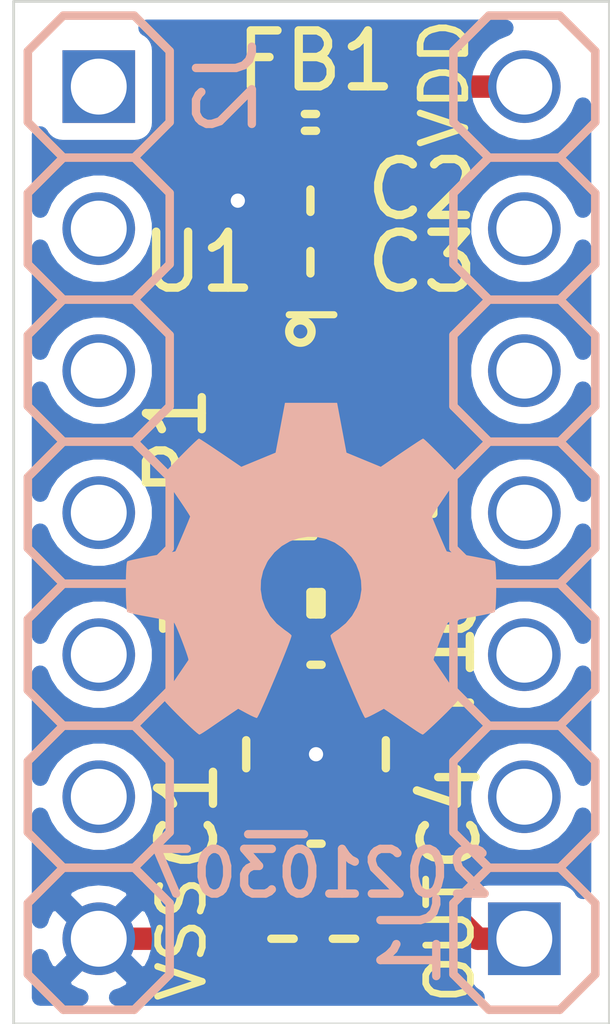
<source format=kicad_pcb>
(kicad_pcb (version 20171130) (host pcbnew 5.1.9-73d0e3b20d~88~ubuntu20.10.1)

  (general
    (thickness 1.6)
    (drawings 7)
    (tracks 67)
    (zones 0)
    (modules 14)
    (nets 21)
  )

  (page A4)
  (layers
    (0 F.Cu signal)
    (31 B.Cu signal)
    (32 B.Adhes user)
    (33 F.Adhes user)
    (34 B.Paste user)
    (35 F.Paste user)
    (36 B.SilkS user)
    (37 F.SilkS user)
    (38 B.Mask user)
    (39 F.Mask user)
    (40 Dwgs.User user)
    (41 Cmts.User user)
    (42 Eco1.User user)
    (43 Eco2.User user)
    (44 Edge.Cuts user)
    (45 Margin user)
    (46 B.CrtYd user)
    (47 F.CrtYd user)
    (48 B.Fab user)
    (49 F.Fab user)
  )

  (setup
    (last_trace_width 0.4)
    (user_trace_width 0.2)
    (user_trace_width 0.3)
    (user_trace_width 0.4)
    (user_trace_width 0.6)
    (user_trace_width 0.8)
    (user_trace_width 1)
    (user_trace_width 1.2)
    (user_trace_width 1.4)
    (user_trace_width 1.6)
    (user_trace_width 2)
    (trace_clearance 0.2)
    (zone_clearance 0.3)
    (zone_45_only no)
    (trace_min 0.1524)
    (via_size 0.8)
    (via_drill 0.4)
    (via_min_size 0.381)
    (via_min_drill 0.254)
    (user_via 0.4 0.254)
    (user_via 0.5 0.3)
    (user_via 0.6 0.4)
    (user_via 0.8 0.6)
    (user_via 1.1 0.8)
    (user_via 1.3 1)
    (user_via 1.5 1.2)
    (user_via 1.7 1.4)
    (user_via 1.9 1.6)
    (user_via 2.5 2)
    (uvia_size 0.3)
    (uvia_drill 0.1)
    (uvias_allowed no)
    (uvia_min_size 0.2)
    (uvia_min_drill 0.1)
    (edge_width 0.05)
    (segment_width 0.2)
    (pcb_text_width 0.3)
    (pcb_text_size 1.5 1.5)
    (mod_edge_width 0.12)
    (mod_text_size 0.8 0.8)
    (mod_text_width 0.12)
    (pad_size 1.524 1.524)
    (pad_drill 0.762)
    (pad_to_mask_clearance 0.0762)
    (solder_mask_min_width 0.1016)
    (pad_to_paste_clearance_ratio -0.1)
    (aux_axis_origin 0 0)
    (visible_elements FFFFFF7F)
    (pcbplotparams
      (layerselection 0x010fc_ffffffff)
      (usegerberextensions false)
      (usegerberattributes true)
      (usegerberadvancedattributes true)
      (creategerberjobfile true)
      (excludeedgelayer true)
      (linewidth 0.100000)
      (plotframeref false)
      (viasonmask false)
      (mode 1)
      (useauxorigin false)
      (hpglpennumber 1)
      (hpglpenspeed 20)
      (hpglpendiameter 15.000000)
      (psnegative false)
      (psa4output false)
      (plotreference true)
      (plotvalue true)
      (plotinvisibletext false)
      (padsonsilk false)
      (subtractmaskfromsilk false)
      (outputformat 1)
      (mirror false)
      (drillshape 1)
      (scaleselection 1)
      (outputdirectory ""))
  )

  (net 0 "")
  (net 1 /VSS)
  (net 2 "Net-(C1-Pad1)")
  (net 3 /VDD_int)
  (net 4 "Net-(C4-Pad1)")
  (net 5 /VDD)
  (net 6 /OUT)
  (net 7 "Net-(J1-Pad2)")
  (net 8 "Net-(J1-Pad3)")
  (net 9 "Net-(J1-Pad4)")
  (net 10 "Net-(J1-Pad5)")
  (net 11 "Net-(J1-Pad6)")
  (net 12 "Net-(J2-Pad1)")
  (net 13 "Net-(J2-Pad2)")
  (net 14 "Net-(J2-Pad3)")
  (net 15 "Net-(J2-Pad4)")
  (net 16 "Net-(J2-Pad5)")
  (net 17 "Net-(J2-Pad6)")
  (net 18 "Net-(R1-Pad1)")
  (net 19 "Net-(R3-Pad2)")
  (net 20 "Net-(U1-Pad1)")

  (net_class Default "This is the default net class."
    (clearance 0.2)
    (trace_width 0.25)
    (via_dia 0.8)
    (via_drill 0.4)
    (uvia_dia 0.3)
    (uvia_drill 0.1)
    (add_net /OUT)
    (add_net /VDD)
    (add_net /VDD_int)
    (add_net /VSS)
    (add_net "Net-(C1-Pad1)")
    (add_net "Net-(C4-Pad1)")
    (add_net "Net-(J1-Pad2)")
    (add_net "Net-(J1-Pad3)")
    (add_net "Net-(J1-Pad4)")
    (add_net "Net-(J1-Pad5)")
    (add_net "Net-(J1-Pad6)")
    (add_net "Net-(J2-Pad1)")
    (add_net "Net-(J2-Pad2)")
    (add_net "Net-(J2-Pad3)")
    (add_net "Net-(J2-Pad4)")
    (add_net "Net-(J2-Pad5)")
    (add_net "Net-(J2-Pad6)")
    (add_net "Net-(R1-Pad1)")
    (add_net "Net-(R3-Pad2)")
    (add_net "Net-(U1-Pad1)")
  )

  (module SquantorRcl:R_0805 (layer F.Cu) (tedit 5D4403E4) (tstamp 6044C226)
    (at 159.7 68.4 180)
    (descr "Resistor SMD 0805, reflow soldering, Vishay (see dcrcw.pdf)")
    (tags "resistor 0805")
    (path /6044E086)
    (attr smd)
    (fp_text reference R1 (at 2.1 1.1 90) (layer F.SilkS)
      (effects (font (size 1 1) (thickness 0.15)))
    )
    (fp_text value Rf (at 2.1 1 90) (layer F.Fab)
      (effects (font (size 1 1) (thickness 0.15)))
    )
    (fp_line (start -1 0.625) (end -1 -0.625) (layer F.Fab) (width 0.1))
    (fp_line (start 1 0.625) (end -1 0.625) (layer F.Fab) (width 0.1))
    (fp_line (start 1 -0.625) (end 1 0.625) (layer F.Fab) (width 0.1))
    (fp_line (start -1 -0.625) (end 1 -0.625) (layer F.Fab) (width 0.1))
    (fp_line (start -1.55 -0.95) (end 1.55 -0.95) (layer F.CrtYd) (width 0.05))
    (fp_line (start -1.55 0.95) (end 1.55 0.95) (layer F.CrtYd) (width 0.05))
    (fp_line (start -1.55 -0.95) (end -1.55 0.95) (layer F.CrtYd) (width 0.05))
    (fp_line (start 1.55 -0.95) (end 1.55 0.95) (layer F.CrtYd) (width 0.05))
    (fp_line (start -0.35 -0.6) (end -0.35 0.6) (layer F.SilkS) (width 0.15))
    (fp_line (start 0.35 -0.6) (end 0.35 0.6) (layer F.SilkS) (width 0.15))
    (fp_line (start 0.35 0.6) (end -0.35 0.6) (layer F.SilkS) (width 0.15))
    (fp_line (start -0.35 -0.6) (end 0.35 -0.6) (layer F.SilkS) (width 0.15))
    (fp_line (start 0.35 -0.6) (end -0.2 -0.6) (layer F.SilkS) (width 0.15))
    (fp_line (start -0.2 0.6) (end -0.2 -0.6) (layer F.SilkS) (width 0.15))
    (fp_line (start -0.2 -0.6) (end 0.2 -0.6) (layer F.SilkS) (width 0.15))
    (fp_line (start 0.2 -0.6) (end 0.2 0.6) (layer F.SilkS) (width 0.15))
    (fp_line (start 0.2 0.6) (end 0 0.6) (layer F.SilkS) (width 0.15))
    (fp_line (start 0.05 0.6) (end 0.05 -0.6) (layer F.SilkS) (width 0.15))
    (fp_line (start -0.05 -0.6) (end -0.05 0.6) (layer F.SilkS) (width 0.15))
    (pad 2 smd rect (at 0.95 0 180) (size 0.7 1.3) (layers F.Cu F.Paste F.Mask)
      (net 2 "Net-(C1-Pad1)"))
    (pad 1 smd rect (at -0.95 0 180) (size 0.7 1.3) (layers F.Cu F.Paste F.Mask)
      (net 18 "Net-(R1-Pad1)"))
    (model ${KISYS3DMOD}/Resistor_SMD.3dshapes/R_0805_2012Metric.step
      (at (xyz 0 0 0))
      (scale (xyz 1 1 1))
      (rotate (xyz 0 0 0))
    )
  )

  (module SquantorCrystal:Crystal_3225_4 (layer F.Cu) (tedit 5D56AE32) (tstamp 6044C27D)
    (at 160.1 72.9 270)
    (descr "SMD crystal 3225 size")
    (tags "SMD 3225")
    (path /6044F99D)
    (attr smd)
    (fp_text reference Y1 (at -1.4 -2.3 270) (layer F.SilkS)
      (effects (font (size 1 1) (thickness 0.15)))
    )
    (fp_text value Any (at -0.3 -2.2 90) (layer F.Fab)
      (effects (font (size 1 1) (thickness 0.15)))
    )
    (fp_line (start -1.6 -0.1) (end -1.6 0.1) (layer F.SilkS) (width 0.15))
    (fp_line (start -0.25 -1.25) (end 0.25 -1.25) (layer F.SilkS) (width 0.15))
    (fp_line (start 1.6 0.1) (end 1.6 -0.1) (layer F.SilkS) (width 0.15))
    (fp_line (start -0.25 1.25) (end 0.25 1.25) (layer F.SilkS) (width 0.15))
    (fp_line (start -1.6 -1.25) (end 1.6 -1.25) (layer F.Fab) (width 0.15))
    (fp_line (start 1.6 -1.25) (end 1.6 1.25) (layer F.Fab) (width 0.15))
    (fp_line (start 1.6 1.25) (end -1.6 1.25) (layer F.Fab) (width 0.15))
    (fp_line (start -1.6 1.25) (end -1.6 -1.25) (layer F.Fab) (width 0.15))
    (fp_line (start -2.05 -1.7) (end 2.05 -1.7) (layer F.CrtYd) (width 0.05))
    (fp_line (start 2.05 -1.7) (end 2.05 1.7) (layer F.CrtYd) (width 0.05))
    (fp_line (start 2.05 1.7) (end -2.05 1.7) (layer F.CrtYd) (width 0.05))
    (fp_line (start -2.05 1.7) (end -2.05 -1.7) (layer F.CrtYd) (width 0.05))
    (fp_line (start -2.05 1.7) (end -1.8 1.7) (layer F.SilkS) (width 0.15))
    (fp_line (start -2.05 1.45) (end -2.05 1.7) (layer F.SilkS) (width 0.15))
    (pad 1 smd rect (at -1.1 0.85 270) (size 1.4 1.2) (layers F.Cu F.Paste F.Mask)
      (net 2 "Net-(C1-Pad1)"))
    (pad 2 smd rect (at 1.1 0.85 270) (size 1.4 1.2) (layers F.Cu F.Paste F.Mask)
      (net 1 /VSS))
    (pad 3 smd rect (at 1.1 -0.85 270) (size 1.4 1.2) (layers F.Cu F.Paste F.Mask)
      (net 4 "Net-(C4-Pad1)"))
    (pad 4 smd rect (at -1.1 -0.85 270) (size 1.4 1.2) (layers F.Cu F.Paste F.Mask)
      (net 1 /VSS))
    (model ${KISYS3DMOD}/Crystal.3dshapes/Crystal_SMD_3225-4Pin_3.2x2.5mm.step
      (at (xyz 0 0 0))
      (scale (xyz 1 1 1))
      (rotate (xyz 0 0 0))
    )
  )

  (module SquantorIC:SOT363-hand locked (layer F.Cu) (tedit 5D56B004) (tstamp 6044C267)
    (at 160.02 66.04 270)
    (descr "SOT363 Plastic surface-mounted package; 6 leads SC-88 NXP specification")
    (tags "SOT363-hand SC-88 NXP")
    (path /6044BBF5)
    (fp_text reference U1 (at -1.94 2.02) (layer F.SilkS)
      (effects (font (size 1 1) (thickness 0.15)))
    )
    (fp_text value 74X1GX04 (at -1.94 1.62) (layer F.Fab)
      (effects (font (size 1 1) (thickness 0.15)))
    )
    (fp_line (start -1 -0.625) (end -1 0.625) (layer Dwgs.User) (width 0.127))
    (fp_line (start 1 0.625) (end 1 -0.625) (layer Dwgs.User) (width 0.127))
    (fp_line (start -1 -0.625) (end 1 -0.625) (layer Dwgs.User) (width 0.127))
    (fp_line (start 1 0.625) (end -1 0.625) (layer Dwgs.User) (width 0.127))
    (fp_line (start 1 0.4) (end 1 -0.4) (layer F.SilkS) (width 0.127))
    (fp_line (start -1 0.4) (end -1 -0.4) (layer F.SilkS) (width 0.127))
    (fp_circle (center -0.7 0.2) (end -0.5 0.2) (layer F.SilkS) (width 0.15))
    (fp_poly (pts (xy -0.125 -0.625) (xy 0.125 -0.625) (xy 0.125 -0.925) (xy -0.125 -0.925)) (layer Dwgs.User) (width 0))
    (fp_poly (pts (xy 0.525 -0.625) (xy 0.775 -0.625) (xy 0.775 -0.925) (xy 0.525 -0.925)) (layer Dwgs.User) (width 0))
    (fp_poly (pts (xy -0.125 0.925) (xy 0.125 0.925) (xy 0.125 0.625) (xy -0.125 0.625)) (layer Dwgs.User) (width 0))
    (fp_poly (pts (xy 0.525 0.925) (xy 0.775 0.925) (xy 0.775 0.625) (xy 0.525 0.625)) (layer Dwgs.User) (width 0))
    (fp_poly (pts (xy -0.775 0.925) (xy -0.525 0.925) (xy -0.525 0.625) (xy -0.775 0.625)) (layer Dwgs.User) (width 0))
    (fp_poly (pts (xy -0.775 -0.625) (xy -0.525 -0.625) (xy -0.525 -0.925) (xy -0.775 -0.925)) (layer Dwgs.User) (width 0))
    (fp_line (start -1.3 -1.8) (end -1.3 1.8) (layer F.CrtYd) (width 0.05))
    (fp_line (start -1.3 1.8) (end 1.3 1.8) (layer F.CrtYd) (width 0.05))
    (fp_line (start 1.3 1.8) (end 1.3 -1.8) (layer F.CrtYd) (width 0.05))
    (fp_line (start 1.3 -1.8) (end -1.3 -1.8) (layer F.CrtYd) (width 0.05))
    (pad 3 smd rect (at 0.75 1.05 270) (size 0.6 0.9) (layers F.Cu F.Paste F.Mask)
      (net 2 "Net-(C1-Pad1)"))
    (pad 2 smd rect (at 0 1.05 270) (size 0.4 0.9) (layers F.Cu F.Paste F.Mask)
      (net 1 /VSS))
    (pad 1 smd rect (at -0.75 1.05 270) (size 0.6 0.9) (layers F.Cu F.Paste F.Mask)
      (net 20 "Net-(U1-Pad1)"))
    (pad 4 smd rect (at 0.75 -1.05 270) (size 0.6 0.9) (layers F.Cu F.Paste F.Mask)
      (net 18 "Net-(R1-Pad1)"))
    (pad 5 smd rect (at 0 -1.05 270) (size 0.4 0.9) (layers F.Cu F.Paste F.Mask)
      (net 3 /VDD_int))
    (pad 6 smd rect (at -0.75 -1.05 270) (size 0.6 0.9) (layers F.Cu F.Paste F.Mask)
      (net 19 "Net-(R3-Pad2)"))
    (model ${KISYS3DMOD}/Package_TO_SOT_SMD.3dshapes/SOT-363_SC-70-6.step
      (at (xyz 0 0 0))
      (scale (xyz 1 1 1))
      (rotate (xyz 0 0 90))
    )
  )

  (module SquantorRcl:R_0402_hand (layer F.Cu) (tedit 5D440136) (tstamp 6044C24C)
    (at 162 68.5 90)
    (descr "Resistor SMD 0402, reflow soldering, Vishay (see dcrcw.pdf)")
    (tags "resistor 0402")
    (path /6044D171)
    (attr smd)
    (fp_text reference R3 (at -1.7 0.1 180) (layer F.SilkS)
      (effects (font (size 1 1) (thickness 0.15)))
    )
    (fp_text value 100 (at -1.7 0.2) (layer F.Fab)
      (effects (font (size 1 1) (thickness 0.15)))
    )
    (fp_line (start -0.5 0.25) (end -0.5 -0.25) (layer F.Fab) (width 0.1))
    (fp_line (start 0.5 0.25) (end -0.5 0.25) (layer F.Fab) (width 0.1))
    (fp_line (start 0.5 -0.25) (end 0.5 0.25) (layer F.Fab) (width 0.1))
    (fp_line (start -0.5 -0.25) (end 0.5 -0.25) (layer F.Fab) (width 0.1))
    (fp_line (start -1.1 -0.55) (end 1.1 -0.55) (layer F.CrtYd) (width 0.05))
    (fp_line (start -1.1 0.55) (end 1.1 0.55) (layer F.CrtYd) (width 0.05))
    (fp_line (start -1.1 -0.55) (end -1.1 0.55) (layer F.CrtYd) (width 0.05))
    (fp_line (start 1.1 -0.55) (end 1.1 0.55) (layer F.CrtYd) (width 0.05))
    (fp_line (start -0.1 -0.2) (end 0.1 -0.2) (layer F.SilkS) (width 0.15))
    (fp_line (start 0.1 -0.2) (end 0.1 0.2) (layer F.SilkS) (width 0.15))
    (fp_line (start 0.1 0.2) (end -0.1 0.2) (layer F.SilkS) (width 0.15))
    (fp_line (start -0.1 0.2) (end -0.1 -0.2) (layer F.SilkS) (width 0.15))
    (fp_line (start 0 -0.2) (end 0 0.2) (layer F.SilkS) (width 0.15))
    (pad 2 smd rect (at 0.55 0 90) (size 0.6 0.6) (layers F.Cu F.Paste F.Mask)
      (net 19 "Net-(R3-Pad2)"))
    (pad 1 smd rect (at -0.55 0 90) (size 0.6 0.6) (layers F.Cu F.Paste F.Mask)
      (net 6 /OUT))
    (model ${KISYS3DMOD}/Resistor_SMD.3dshapes/R_0402_1005Metric.step
      (at (xyz 0 0 0))
      (scale (xyz 1 1 1))
      (rotate (xyz 0 0 0))
    )
  )

  (module SquantorRcl:R_0402_hand (layer F.Cu) (tedit 5D440136) (tstamp 6044C239)
    (at 160.1 70.2 180)
    (descr "Resistor SMD 0402, reflow soldering, Vishay (see dcrcw.pdf)")
    (tags "resistor 0402")
    (path /60450469)
    (attr smd)
    (fp_text reference R2 (at 2 0) (layer F.SilkS)
      (effects (font (size 1 1) (thickness 0.15)))
    )
    (fp_text value Rs (at 2 0) (layer F.Fab)
      (effects (font (size 1 1) (thickness 0.15)))
    )
    (fp_line (start -0.5 0.25) (end -0.5 -0.25) (layer F.Fab) (width 0.1))
    (fp_line (start 0.5 0.25) (end -0.5 0.25) (layer F.Fab) (width 0.1))
    (fp_line (start 0.5 -0.25) (end 0.5 0.25) (layer F.Fab) (width 0.1))
    (fp_line (start -0.5 -0.25) (end 0.5 -0.25) (layer F.Fab) (width 0.1))
    (fp_line (start -1.1 -0.55) (end 1.1 -0.55) (layer F.CrtYd) (width 0.05))
    (fp_line (start -1.1 0.55) (end 1.1 0.55) (layer F.CrtYd) (width 0.05))
    (fp_line (start -1.1 -0.55) (end -1.1 0.55) (layer F.CrtYd) (width 0.05))
    (fp_line (start 1.1 -0.55) (end 1.1 0.55) (layer F.CrtYd) (width 0.05))
    (fp_line (start -0.1 -0.2) (end 0.1 -0.2) (layer F.SilkS) (width 0.15))
    (fp_line (start 0.1 -0.2) (end 0.1 0.2) (layer F.SilkS) (width 0.15))
    (fp_line (start 0.1 0.2) (end -0.1 0.2) (layer F.SilkS) (width 0.15))
    (fp_line (start -0.1 0.2) (end -0.1 -0.2) (layer F.SilkS) (width 0.15))
    (fp_line (start 0 -0.2) (end 0 0.2) (layer F.SilkS) (width 0.15))
    (pad 2 smd rect (at 0.55 0 180) (size 0.6 0.6) (layers F.Cu F.Paste F.Mask)
      (net 18 "Net-(R1-Pad1)"))
    (pad 1 smd rect (at -0.55 0 180) (size 0.6 0.6) (layers F.Cu F.Paste F.Mask)
      (net 4 "Net-(C4-Pad1)"))
    (model ${KISYS3DMOD}/Resistor_SMD.3dshapes/R_0402_1005Metric.step
      (at (xyz 0 0 0))
      (scale (xyz 1 1 1))
      (rotate (xyz 0 0 0))
    )
  )

  (module SquantorConnectors:Header-0254-1X07-H010 locked (layer B.Cu) (tedit 6044B6D8) (tstamp 6044C207)
    (at 156.21 68.58 270)
    (descr "7pin 2.54mm header")
    (tags "pinheader 7pin 2.54")
    (path /6045524F)
    (attr virtual)
    (fp_text reference J2 (at -7.62 -2.286 270) (layer B.SilkS)
      (effects (font (size 1 1) (thickness 0.15)) (justify mirror))
    )
    (fp_text value Conn_01x07 (at 0 -2.1 270) (layer B.Fab)
      (effects (font (size 1 1) (thickness 0.15)) (justify mirror))
    )
    (fp_line (start -6.985 -1.27) (end -8.255 -1.27) (layer B.SilkS) (width 0.1524))
    (fp_line (start -8.89 -0.635) (end -8.255 -1.27) (layer B.SilkS) (width 0.1524))
    (fp_line (start -8.255 1.27) (end -8.89 0.635) (layer B.SilkS) (width 0.1524))
    (fp_line (start -8.89 0.635) (end -8.89 -0.635) (layer B.SilkS) (width 0.1524))
    (fp_line (start -5.715 -1.27) (end -6.35 -0.635) (layer B.SilkS) (width 0.1524))
    (fp_line (start -4.445 -1.27) (end -5.715 -1.27) (layer B.SilkS) (width 0.1524))
    (fp_line (start -3.81 -0.635) (end -4.445 -1.27) (layer B.SilkS) (width 0.1524))
    (fp_line (start -3.81 0.635) (end -3.81 -0.635) (layer B.SilkS) (width 0.1524))
    (fp_line (start -4.445 1.27) (end -3.81 0.635) (layer B.SilkS) (width 0.1524))
    (fp_line (start -5.715 1.27) (end -4.445 1.27) (layer B.SilkS) (width 0.1524))
    (fp_line (start -6.35 0.635) (end -5.715 1.27) (layer B.SilkS) (width 0.1524))
    (fp_line (start -6.35 -0.635) (end -6.985 -1.27) (layer B.SilkS) (width 0.1524))
    (fp_line (start -6.35 0.635) (end -6.35 -0.635) (layer B.SilkS) (width 0.1524))
    (fp_line (start -6.985 1.27) (end -6.35 0.635) (layer B.SilkS) (width 0.1524))
    (fp_line (start -8.255 1.27) (end -6.985 1.27) (layer B.SilkS) (width 0.1524))
    (fp_line (start 0.635 -1.27) (end -0.635 -1.27) (layer B.SilkS) (width 0.1524))
    (fp_line (start -1.27 -0.635) (end -0.635 -1.27) (layer B.SilkS) (width 0.1524))
    (fp_line (start -0.635 1.27) (end -1.27 0.635) (layer B.SilkS) (width 0.1524))
    (fp_line (start -3.175 -1.27) (end -3.81 -0.635) (layer B.SilkS) (width 0.1524))
    (fp_line (start -1.905 -1.27) (end -3.175 -1.27) (layer B.SilkS) (width 0.1524))
    (fp_line (start -1.27 -0.635) (end -1.905 -1.27) (layer B.SilkS) (width 0.1524))
    (fp_line (start -1.27 0.635) (end -1.27 -0.635) (layer B.SilkS) (width 0.1524))
    (fp_line (start -1.905 1.27) (end -1.27 0.635) (layer B.SilkS) (width 0.1524))
    (fp_line (start -3.175 1.27) (end -1.905 1.27) (layer B.SilkS) (width 0.1524))
    (fp_line (start -3.81 0.635) (end -3.175 1.27) (layer B.SilkS) (width 0.1524))
    (fp_line (start 1.905 -1.27) (end 1.27 -0.635) (layer B.SilkS) (width 0.1524))
    (fp_line (start 3.175 -1.27) (end 1.905 -1.27) (layer B.SilkS) (width 0.1524))
    (fp_line (start 3.81 -0.635) (end 3.175 -1.27) (layer B.SilkS) (width 0.1524))
    (fp_line (start 3.81 0.635) (end 3.81 -0.635) (layer B.SilkS) (width 0.1524))
    (fp_line (start 3.175 1.27) (end 3.81 0.635) (layer B.SilkS) (width 0.1524))
    (fp_line (start 1.905 1.27) (end 3.175 1.27) (layer B.SilkS) (width 0.1524))
    (fp_line (start 1.27 0.635) (end 1.905 1.27) (layer B.SilkS) (width 0.1524))
    (fp_line (start 1.27 -0.635) (end 0.635 -1.27) (layer B.SilkS) (width 0.1524))
    (fp_line (start 1.27 0.635) (end 1.27 -0.635) (layer B.SilkS) (width 0.1524))
    (fp_line (start 0.635 1.27) (end 1.27 0.635) (layer B.SilkS) (width 0.1524))
    (fp_line (start -0.635 1.27) (end 0.635 1.27) (layer B.SilkS) (width 0.1524))
    (fp_line (start 8.255 -1.27) (end 6.985 -1.27) (layer B.SilkS) (width 0.1524))
    (fp_line (start 6.35 -0.635) (end 6.985 -1.27) (layer B.SilkS) (width 0.1524))
    (fp_line (start 6.985 1.27) (end 6.35 0.635) (layer B.SilkS) (width 0.1524))
    (fp_line (start 4.445 -1.27) (end 3.81 -0.635) (layer B.SilkS) (width 0.1524))
    (fp_line (start 5.715 -1.27) (end 4.445 -1.27) (layer B.SilkS) (width 0.1524))
    (fp_line (start 6.35 -0.635) (end 5.715 -1.27) (layer B.SilkS) (width 0.1524))
    (fp_line (start 6.35 0.635) (end 6.35 -0.635) (layer B.SilkS) (width 0.1524))
    (fp_line (start 5.715 1.27) (end 6.35 0.635) (layer B.SilkS) (width 0.1524))
    (fp_line (start 4.445 1.27) (end 5.715 1.27) (layer B.SilkS) (width 0.1524))
    (fp_line (start 3.81 0.635) (end 4.445 1.27) (layer B.SilkS) (width 0.1524))
    (fp_line (start 8.89 -0.635) (end 8.255 -1.27) (layer B.SilkS) (width 0.1524))
    (fp_line (start 8.89 0.635) (end 8.89 -0.635) (layer B.SilkS) (width 0.1524))
    (fp_line (start 8.255 1.27) (end 8.89 0.635) (layer B.SilkS) (width 0.1524))
    (fp_line (start 6.985 1.27) (end 8.255 1.27) (layer B.SilkS) (width 0.1524))
    (pad 1 thru_hole rect (at -7.62 0 90) (size 1.3 1.3) (drill 1) (layers *.Cu *.Mask)
      (net 12 "Net-(J2-Pad1)"))
    (pad 2 thru_hole circle (at -5.08 0 90) (size 1.3 1.3) (drill 1) (layers *.Cu *.Mask)
      (net 13 "Net-(J2-Pad2)"))
    (pad 3 thru_hole circle (at -2.54 0 90) (size 1.3 1.3) (drill 1) (layers *.Cu *.Mask)
      (net 14 "Net-(J2-Pad3)"))
    (pad 4 thru_hole circle (at 0 0 90) (size 1.3 1.3) (drill 1) (layers *.Cu *.Mask)
      (net 15 "Net-(J2-Pad4)"))
    (pad 5 thru_hole circle (at 2.54 0 90) (size 1.3 1.3) (drill 1) (layers *.Cu *.Mask)
      (net 16 "Net-(J2-Pad5)"))
    (pad 6 thru_hole circle (at 5.08 0 90) (size 1.3 1.3) (drill 1) (layers *.Cu *.Mask)
      (net 17 "Net-(J2-Pad6)"))
    (pad 7 thru_hole circle (at 7.62 0 90) (size 1.3 1.3) (drill 1) (layers *.Cu *.Mask)
      (net 1 /VSS))
  )

  (module SquantorConnectors:Header-0254-1X07-H010 locked (layer B.Cu) (tedit 6044B6D8) (tstamp 6044C1CA)
    (at 163.83 68.58 90)
    (descr "7pin 2.54mm header")
    (tags "pinheader 7pin 2.54")
    (path /60458EF9)
    (attr virtual)
    (fp_text reference J1 (at -7.62 -2.032 270) (layer B.SilkS)
      (effects (font (size 1 1) (thickness 0.15)) (justify mirror))
    )
    (fp_text value Conn_01x07 (at 0 -2.1 270) (layer B.Fab)
      (effects (font (size 1 1) (thickness 0.15)) (justify mirror))
    )
    (fp_line (start -6.985 -1.27) (end -8.255 -1.27) (layer B.SilkS) (width 0.1524))
    (fp_line (start -8.89 -0.635) (end -8.255 -1.27) (layer B.SilkS) (width 0.1524))
    (fp_line (start -8.255 1.27) (end -8.89 0.635) (layer B.SilkS) (width 0.1524))
    (fp_line (start -8.89 0.635) (end -8.89 -0.635) (layer B.SilkS) (width 0.1524))
    (fp_line (start -5.715 -1.27) (end -6.35 -0.635) (layer B.SilkS) (width 0.1524))
    (fp_line (start -4.445 -1.27) (end -5.715 -1.27) (layer B.SilkS) (width 0.1524))
    (fp_line (start -3.81 -0.635) (end -4.445 -1.27) (layer B.SilkS) (width 0.1524))
    (fp_line (start -3.81 0.635) (end -3.81 -0.635) (layer B.SilkS) (width 0.1524))
    (fp_line (start -4.445 1.27) (end -3.81 0.635) (layer B.SilkS) (width 0.1524))
    (fp_line (start -5.715 1.27) (end -4.445 1.27) (layer B.SilkS) (width 0.1524))
    (fp_line (start -6.35 0.635) (end -5.715 1.27) (layer B.SilkS) (width 0.1524))
    (fp_line (start -6.35 -0.635) (end -6.985 -1.27) (layer B.SilkS) (width 0.1524))
    (fp_line (start -6.35 0.635) (end -6.35 -0.635) (layer B.SilkS) (width 0.1524))
    (fp_line (start -6.985 1.27) (end -6.35 0.635) (layer B.SilkS) (width 0.1524))
    (fp_line (start -8.255 1.27) (end -6.985 1.27) (layer B.SilkS) (width 0.1524))
    (fp_line (start 0.635 -1.27) (end -0.635 -1.27) (layer B.SilkS) (width 0.1524))
    (fp_line (start -1.27 -0.635) (end -0.635 -1.27) (layer B.SilkS) (width 0.1524))
    (fp_line (start -0.635 1.27) (end -1.27 0.635) (layer B.SilkS) (width 0.1524))
    (fp_line (start -3.175 -1.27) (end -3.81 -0.635) (layer B.SilkS) (width 0.1524))
    (fp_line (start -1.905 -1.27) (end -3.175 -1.27) (layer B.SilkS) (width 0.1524))
    (fp_line (start -1.27 -0.635) (end -1.905 -1.27) (layer B.SilkS) (width 0.1524))
    (fp_line (start -1.27 0.635) (end -1.27 -0.635) (layer B.SilkS) (width 0.1524))
    (fp_line (start -1.905 1.27) (end -1.27 0.635) (layer B.SilkS) (width 0.1524))
    (fp_line (start -3.175 1.27) (end -1.905 1.27) (layer B.SilkS) (width 0.1524))
    (fp_line (start -3.81 0.635) (end -3.175 1.27) (layer B.SilkS) (width 0.1524))
    (fp_line (start 1.905 -1.27) (end 1.27 -0.635) (layer B.SilkS) (width 0.1524))
    (fp_line (start 3.175 -1.27) (end 1.905 -1.27) (layer B.SilkS) (width 0.1524))
    (fp_line (start 3.81 -0.635) (end 3.175 -1.27) (layer B.SilkS) (width 0.1524))
    (fp_line (start 3.81 0.635) (end 3.81 -0.635) (layer B.SilkS) (width 0.1524))
    (fp_line (start 3.175 1.27) (end 3.81 0.635) (layer B.SilkS) (width 0.1524))
    (fp_line (start 1.905 1.27) (end 3.175 1.27) (layer B.SilkS) (width 0.1524))
    (fp_line (start 1.27 0.635) (end 1.905 1.27) (layer B.SilkS) (width 0.1524))
    (fp_line (start 1.27 -0.635) (end 0.635 -1.27) (layer B.SilkS) (width 0.1524))
    (fp_line (start 1.27 0.635) (end 1.27 -0.635) (layer B.SilkS) (width 0.1524))
    (fp_line (start 0.635 1.27) (end 1.27 0.635) (layer B.SilkS) (width 0.1524))
    (fp_line (start -0.635 1.27) (end 0.635 1.27) (layer B.SilkS) (width 0.1524))
    (fp_line (start 8.255 -1.27) (end 6.985 -1.27) (layer B.SilkS) (width 0.1524))
    (fp_line (start 6.35 -0.635) (end 6.985 -1.27) (layer B.SilkS) (width 0.1524))
    (fp_line (start 6.985 1.27) (end 6.35 0.635) (layer B.SilkS) (width 0.1524))
    (fp_line (start 4.445 -1.27) (end 3.81 -0.635) (layer B.SilkS) (width 0.1524))
    (fp_line (start 5.715 -1.27) (end 4.445 -1.27) (layer B.SilkS) (width 0.1524))
    (fp_line (start 6.35 -0.635) (end 5.715 -1.27) (layer B.SilkS) (width 0.1524))
    (fp_line (start 6.35 0.635) (end 6.35 -0.635) (layer B.SilkS) (width 0.1524))
    (fp_line (start 5.715 1.27) (end 6.35 0.635) (layer B.SilkS) (width 0.1524))
    (fp_line (start 4.445 1.27) (end 5.715 1.27) (layer B.SilkS) (width 0.1524))
    (fp_line (start 3.81 0.635) (end 4.445 1.27) (layer B.SilkS) (width 0.1524))
    (fp_line (start 8.89 -0.635) (end 8.255 -1.27) (layer B.SilkS) (width 0.1524))
    (fp_line (start 8.89 0.635) (end 8.89 -0.635) (layer B.SilkS) (width 0.1524))
    (fp_line (start 8.255 1.27) (end 8.89 0.635) (layer B.SilkS) (width 0.1524))
    (fp_line (start 6.985 1.27) (end 8.255 1.27) (layer B.SilkS) (width 0.1524))
    (pad 1 thru_hole rect (at -7.62 0 270) (size 1.3 1.3) (drill 1) (layers *.Cu *.Mask)
      (net 6 /OUT))
    (pad 2 thru_hole circle (at -5.08 0 270) (size 1.3 1.3) (drill 1) (layers *.Cu *.Mask)
      (net 7 "Net-(J1-Pad2)"))
    (pad 3 thru_hole circle (at -2.54 0 270) (size 1.3 1.3) (drill 1) (layers *.Cu *.Mask)
      (net 8 "Net-(J1-Pad3)"))
    (pad 4 thru_hole circle (at 0 0 270) (size 1.3 1.3) (drill 1) (layers *.Cu *.Mask)
      (net 9 "Net-(J1-Pad4)"))
    (pad 5 thru_hole circle (at 2.54 0 270) (size 1.3 1.3) (drill 1) (layers *.Cu *.Mask)
      (net 10 "Net-(J1-Pad5)"))
    (pad 6 thru_hole circle (at 5.08 0 270) (size 1.3 1.3) (drill 1) (layers *.Cu *.Mask)
      (net 11 "Net-(J1-Pad6)"))
    (pad 7 thru_hole circle (at 7.62 0 270) (size 1.3 1.3) (drill 1) (layers *.Cu *.Mask)
      (net 5 /VDD))
  )

  (module SquantorRcl:L_0402 (layer F.Cu) (tedit 5D554A2D) (tstamp 6044C18D)
    (at 160 61.6 180)
    (descr "Inductor SMD 0402")
    (tags "Inductor 0402")
    (path /6045B1B5)
    (attr smd)
    (fp_text reference FB1 (at -0.1 1.1) (layer F.SilkS)
      (effects (font (size 1 1) (thickness 0.15)))
    )
    (fp_text value 600 (at 0 1.1) (layer F.Fab)
      (effects (font (size 1 1) (thickness 0.15)))
    )
    (fp_line (start -0.5 0.25) (end -0.5 -0.25) (layer F.Fab) (width 0.1))
    (fp_line (start 0.5 0.25) (end -0.5 0.25) (layer F.Fab) (width 0.1))
    (fp_line (start 0.5 -0.25) (end 0.5 0.25) (layer F.Fab) (width 0.1))
    (fp_line (start -0.5 -0.25) (end 0.5 -0.25) (layer F.Fab) (width 0.1))
    (fp_line (start -1.1 -0.55) (end 1.1 -0.55) (layer F.CrtYd) (width 0.05))
    (fp_line (start -1.1 0.55) (end 1.1 0.55) (layer F.CrtYd) (width 0.05))
    (fp_line (start -1.1 -0.55) (end -1.1 0.55) (layer F.CrtYd) (width 0.05))
    (fp_line (start 1.1 -0.55) (end 1.1 0.55) (layer F.CrtYd) (width 0.05))
    (fp_line (start -0.1 -0.15) (end 0.1 -0.15) (layer F.SilkS) (width 0.15))
    (fp_line (start -0.1 0.15) (end 0.1 0.15) (layer F.SilkS) (width 0.15))
    (pad 2 smd rect (at 0.55 0 180) (size 0.6 0.6) (layers F.Cu F.Paste F.Mask)
      (net 3 /VDD_int))
    (pad 1 smd rect (at -0.55 0 180) (size 0.6 0.6) (layers F.Cu F.Paste F.Mask)
      (net 5 /VDD))
    (model ${KISYS3DMOD}/Inductor_SMD.3dshapes/L_0402_1005Metric.step
      (at (xyz 0 0 0))
      (scale (xyz 1 1 1))
      (rotate (xyz 0 0 0))
    )
  )

  (module SquantorRcl:C_0402 (layer F.Cu) (tedit 5D442507) (tstamp 6044DDCD)
    (at 160.6 76.2 270)
    (descr "Capacitor SMD 0402, reflow soldering, AVX (see smccp.pdf)")
    (tags "capacitor 0402")
    (path /60452BA8)
    (attr smd)
    (fp_text reference C4 (at -2.2 -1.9 90) (layer F.SilkS)
      (effects (font (size 1 1) (thickness 0.15)))
    )
    (fp_text value TBD (at 0 -1.2 90) (layer F.Fab)
      (effects (font (size 1 1) (thickness 0.15)))
    )
    (fp_line (start -0.5 0.25) (end -0.5 -0.25) (layer F.Fab) (width 0.1))
    (fp_line (start 0.5 0.25) (end -0.5 0.25) (layer F.Fab) (width 0.1))
    (fp_line (start 0.5 -0.25) (end 0.5 0.25) (layer F.Fab) (width 0.1))
    (fp_line (start -0.5 -0.25) (end 0.5 -0.25) (layer F.Fab) (width 0.1))
    (fp_line (start -1.1 -0.55) (end 1.1 -0.55) (layer F.CrtYd) (width 0.05))
    (fp_line (start -1.1 0.55) (end 1.1 0.55) (layer F.CrtYd) (width 0.05))
    (fp_line (start -1.1 -0.55) (end -1.1 0.55) (layer F.CrtYd) (width 0.05))
    (fp_line (start 1.1 -0.55) (end 1.1 0.55) (layer F.CrtYd) (width 0.05))
    (fp_line (start 0 -0.2) (end 0 0.2) (layer F.SilkS) (width 0.15))
    (pad 2 smd rect (at 0.55 0 270) (size 0.6 0.6) (layers F.Cu F.Paste F.Mask)
      (net 1 /VSS))
    (pad 1 smd rect (at -0.55 0 270) (size 0.6 0.6) (layers F.Cu F.Paste F.Mask)
      (net 4 "Net-(C4-Pad1)"))
    (model ${KISYS3DMOD}/Capacitor_SMD.3dshapes/C_0402_1005Metric.step
      (at (xyz 0 0 0))
      (scale (xyz 1 1 1))
      (rotate (xyz 0 0 0))
    )
  )

  (module SquantorRcl:C_0402 (layer F.Cu) (tedit 5D442507) (tstamp 6044C16E)
    (at 160 64.1 180)
    (descr "Capacitor SMD 0402, reflow soldering, AVX (see smccp.pdf)")
    (tags "capacitor 0402")
    (path /6044C445)
    (attr smd)
    (fp_text reference C3 (at -2 0) (layer F.SilkS)
      (effects (font (size 1 1) (thickness 0.15)))
    )
    (fp_text value 100n (at -2 0) (layer F.Fab)
      (effects (font (size 1 1) (thickness 0.15)))
    )
    (fp_line (start -0.5 0.25) (end -0.5 -0.25) (layer F.Fab) (width 0.1))
    (fp_line (start 0.5 0.25) (end -0.5 0.25) (layer F.Fab) (width 0.1))
    (fp_line (start 0.5 -0.25) (end 0.5 0.25) (layer F.Fab) (width 0.1))
    (fp_line (start -0.5 -0.25) (end 0.5 -0.25) (layer F.Fab) (width 0.1))
    (fp_line (start -1.1 -0.55) (end 1.1 -0.55) (layer F.CrtYd) (width 0.05))
    (fp_line (start -1.1 0.55) (end 1.1 0.55) (layer F.CrtYd) (width 0.05))
    (fp_line (start -1.1 -0.55) (end -1.1 0.55) (layer F.CrtYd) (width 0.05))
    (fp_line (start 1.1 -0.55) (end 1.1 0.55) (layer F.CrtYd) (width 0.05))
    (fp_line (start 0 -0.2) (end 0 0.2) (layer F.SilkS) (width 0.15))
    (pad 2 smd rect (at 0.55 0 180) (size 0.6 0.6) (layers F.Cu F.Paste F.Mask)
      (net 1 /VSS))
    (pad 1 smd rect (at -0.55 0 180) (size 0.6 0.6) (layers F.Cu F.Paste F.Mask)
      (net 3 /VDD_int))
    (model ${KISYS3DMOD}/Capacitor_SMD.3dshapes/C_0402_1005Metric.step
      (at (xyz 0 0 0))
      (scale (xyz 1 1 1))
      (rotate (xyz 0 0 0))
    )
  )

  (module SquantorRcl:C_0402 (layer F.Cu) (tedit 5D442507) (tstamp 6044D254)
    (at 160 63 180)
    (descr "Capacitor SMD 0402, reflow soldering, AVX (see smccp.pdf)")
    (tags "capacitor 0402")
    (path /6045C041)
    (attr smd)
    (fp_text reference C2 (at -2 0.2) (layer F.SilkS)
      (effects (font (size 1 1) (thickness 0.15)))
    )
    (fp_text value 1u (at -2 0.2) (layer F.Fab)
      (effects (font (size 1 1) (thickness 0.15)))
    )
    (fp_line (start -0.5 0.25) (end -0.5 -0.25) (layer F.Fab) (width 0.1))
    (fp_line (start 0.5 0.25) (end -0.5 0.25) (layer F.Fab) (width 0.1))
    (fp_line (start 0.5 -0.25) (end 0.5 0.25) (layer F.Fab) (width 0.1))
    (fp_line (start -0.5 -0.25) (end 0.5 -0.25) (layer F.Fab) (width 0.1))
    (fp_line (start -1.1 -0.55) (end 1.1 -0.55) (layer F.CrtYd) (width 0.05))
    (fp_line (start -1.1 0.55) (end 1.1 0.55) (layer F.CrtYd) (width 0.05))
    (fp_line (start -1.1 -0.55) (end -1.1 0.55) (layer F.CrtYd) (width 0.05))
    (fp_line (start 1.1 -0.55) (end 1.1 0.55) (layer F.CrtYd) (width 0.05))
    (fp_line (start 0 -0.2) (end 0 0.2) (layer F.SilkS) (width 0.15))
    (pad 2 smd rect (at 0.55 0 180) (size 0.6 0.6) (layers F.Cu F.Paste F.Mask)
      (net 1 /VSS))
    (pad 1 smd rect (at -0.55 0 180) (size 0.6 0.6) (layers F.Cu F.Paste F.Mask)
      (net 3 /VDD_int))
    (model ${KISYS3DMOD}/Capacitor_SMD.3dshapes/C_0402_1005Metric.step
      (at (xyz 0 0 0))
      (scale (xyz 1 1 1))
      (rotate (xyz 0 0 0))
    )
  )

  (module SquantorRcl:C_0402 (layer F.Cu) (tedit 5D442507) (tstamp 6044C150)
    (at 159.5 76.2 270)
    (descr "Capacitor SMD 0402, reflow soldering, AVX (see smccp.pdf)")
    (tags "capacitor 0402")
    (path /6045220D)
    (attr smd)
    (fp_text reference C1 (at -2.2 1.7 90) (layer F.SilkS)
      (effects (font (size 1 1) (thickness 0.15)))
    )
    (fp_text value TBD (at 0 1.1 90) (layer F.Fab)
      (effects (font (size 1 1) (thickness 0.15)))
    )
    (fp_line (start -0.5 0.25) (end -0.5 -0.25) (layer F.Fab) (width 0.1))
    (fp_line (start 0.5 0.25) (end -0.5 0.25) (layer F.Fab) (width 0.1))
    (fp_line (start 0.5 -0.25) (end 0.5 0.25) (layer F.Fab) (width 0.1))
    (fp_line (start -0.5 -0.25) (end 0.5 -0.25) (layer F.Fab) (width 0.1))
    (fp_line (start -1.1 -0.55) (end 1.1 -0.55) (layer F.CrtYd) (width 0.05))
    (fp_line (start -1.1 0.55) (end 1.1 0.55) (layer F.CrtYd) (width 0.05))
    (fp_line (start -1.1 -0.55) (end -1.1 0.55) (layer F.CrtYd) (width 0.05))
    (fp_line (start 1.1 -0.55) (end 1.1 0.55) (layer F.CrtYd) (width 0.05))
    (fp_line (start 0 -0.2) (end 0 0.2) (layer F.SilkS) (width 0.15))
    (pad 2 smd rect (at 0.55 0 270) (size 0.6 0.6) (layers F.Cu F.Paste F.Mask)
      (net 1 /VSS))
    (pad 1 smd rect (at -0.55 0 270) (size 0.6 0.6) (layers F.Cu F.Paste F.Mask)
      (net 2 "Net-(C1-Pad1)"))
    (model ${KISYS3DMOD}/Capacitor_SMD.3dshapes/C_0402_1005Metric.step
      (at (xyz 0 0 0))
      (scale (xyz 1 1 1))
      (rotate (xyz 0 0 0))
    )
  )

  (module Symbol:OSHW-Symbol_6.7x6mm_SilkScreen (layer B.Cu) (tedit 0) (tstamp 5EE12086)
    (at 160.02 69.596 180)
    (descr "Open Source Hardware Symbol")
    (tags "Logo Symbol OSHW")
    (path /5EE13678)
    (attr virtual)
    (fp_text reference N2 (at 0 0) (layer B.SilkS) hide
      (effects (font (size 1 1) (thickness 0.15)) (justify mirror))
    )
    (fp_text value OHWLOGO (at 0.75 0) (layer B.Fab) hide
      (effects (font (size 1 1) (thickness 0.15)) (justify mirror))
    )
    (fp_poly (pts (xy 0.555814 2.531069) (xy 0.639635 2.086445) (xy 0.94892 1.958947) (xy 1.258206 1.831449)
      (xy 1.629246 2.083754) (xy 1.733157 2.154004) (xy 1.827087 2.216728) (xy 1.906652 2.269062)
      (xy 1.96747 2.308143) (xy 2.005157 2.331107) (xy 2.015421 2.336058) (xy 2.03391 2.323324)
      (xy 2.07342 2.288118) (xy 2.129522 2.234938) (xy 2.197787 2.168282) (xy 2.273786 2.092646)
      (xy 2.353092 2.012528) (xy 2.431275 1.932426) (xy 2.503907 1.856836) (xy 2.566559 1.790255)
      (xy 2.614803 1.737182) (xy 2.64421 1.702113) (xy 2.651241 1.690377) (xy 2.641123 1.66874)
      (xy 2.612759 1.621338) (xy 2.569129 1.552807) (xy 2.513218 1.467785) (xy 2.448006 1.370907)
      (xy 2.410219 1.31565) (xy 2.341343 1.214752) (xy 2.28014 1.123701) (xy 2.229578 1.04703)
      (xy 2.192628 0.989272) (xy 2.172258 0.954957) (xy 2.169197 0.947746) (xy 2.176136 0.927252)
      (xy 2.195051 0.879487) (xy 2.223087 0.811168) (xy 2.257391 0.729011) (xy 2.295109 0.63973)
      (xy 2.333387 0.550042) (xy 2.36937 0.466662) (xy 2.400206 0.396306) (xy 2.423039 0.34569)
      (xy 2.435017 0.321529) (xy 2.435724 0.320578) (xy 2.454531 0.315964) (xy 2.504618 0.305672)
      (xy 2.580793 0.290713) (xy 2.677865 0.272099) (xy 2.790643 0.250841) (xy 2.856442 0.238582)
      (xy 2.97695 0.215638) (xy 3.085797 0.193805) (xy 3.177476 0.174278) (xy 3.246481 0.158252)
      (xy 3.287304 0.146921) (xy 3.295511 0.143326) (xy 3.303548 0.118994) (xy 3.310033 0.064041)
      (xy 3.31497 -0.015108) (xy 3.318364 -0.112026) (xy 3.320218 -0.220287) (xy 3.320538 -0.333465)
      (xy 3.319327 -0.445135) (xy 3.31659 -0.548868) (xy 3.312331 -0.638241) (xy 3.306555 -0.706826)
      (xy 3.299267 -0.748197) (xy 3.294895 -0.75681) (xy 3.268764 -0.767133) (xy 3.213393 -0.781892)
      (xy 3.136107 -0.799352) (xy 3.04423 -0.81778) (xy 3.012158 -0.823741) (xy 2.857524 -0.852066)
      (xy 2.735375 -0.874876) (xy 2.641673 -0.89308) (xy 2.572384 -0.907583) (xy 2.523471 -0.919292)
      (xy 2.490897 -0.929115) (xy 2.470628 -0.937956) (xy 2.458626 -0.946724) (xy 2.456947 -0.948457)
      (xy 2.440184 -0.976371) (xy 2.414614 -1.030695) (xy 2.382788 -1.104777) (xy 2.34726 -1.191965)
      (xy 2.310583 -1.285608) (xy 2.275311 -1.379052) (xy 2.243996 -1.465647) (xy 2.219193 -1.53874)
      (xy 2.203454 -1.591678) (xy 2.199332 -1.617811) (xy 2.199676 -1.618726) (xy 2.213641 -1.640086)
      (xy 2.245322 -1.687084) (xy 2.291391 -1.754827) (xy 2.348518 -1.838423) (xy 2.413373 -1.932982)
      (xy 2.431843 -1.959854) (xy 2.497699 -2.057275) (xy 2.55565 -2.146163) (xy 2.602538 -2.221412)
      (xy 2.635207 -2.27792) (xy 2.6505 -2.310581) (xy 2.651241 -2.314593) (xy 2.638392 -2.335684)
      (xy 2.602888 -2.377464) (xy 2.549293 -2.435445) (xy 2.482171 -2.505135) (xy 2.406087 -2.582045)
      (xy 2.325604 -2.661683) (xy 2.245287 -2.739561) (xy 2.169699 -2.811186) (xy 2.103405 -2.87207)
      (xy 2.050969 -2.917721) (xy 2.016955 -2.94365) (xy 2.007545 -2.947883) (xy 1.985643 -2.937912)
      (xy 1.9408 -2.91102) (xy 1.880321 -2.871736) (xy 1.833789 -2.840117) (xy 1.749475 -2.782098)
      (xy 1.649626 -2.713784) (xy 1.549473 -2.645579) (xy 1.495627 -2.609075) (xy 1.313371 -2.4858)
      (xy 1.160381 -2.56852) (xy 1.090682 -2.604759) (xy 1.031414 -2.632926) (xy 0.991311 -2.648991)
      (xy 0.981103 -2.651226) (xy 0.968829 -2.634722) (xy 0.944613 -2.588082) (xy 0.910263 -2.515609)
      (xy 0.867588 -2.421606) (xy 0.818394 -2.310374) (xy 0.76449 -2.186215) (xy 0.707684 -2.053432)
      (xy 0.649782 -1.916327) (xy 0.592593 -1.779202) (xy 0.537924 -1.646358) (xy 0.487584 -1.522098)
      (xy 0.44338 -1.410725) (xy 0.407119 -1.316539) (xy 0.380609 -1.243844) (xy 0.365658 -1.196941)
      (xy 0.363254 -1.180833) (xy 0.382311 -1.160286) (xy 0.424036 -1.126933) (xy 0.479706 -1.087702)
      (xy 0.484378 -1.084599) (xy 0.628264 -0.969423) (xy 0.744283 -0.835053) (xy 0.83143 -0.685784)
      (xy 0.888699 -0.525913) (xy 0.915086 -0.359737) (xy 0.909585 -0.191552) (xy 0.87119 -0.025655)
      (xy 0.798895 0.133658) (xy 0.777626 0.168513) (xy 0.666996 0.309263) (xy 0.536302 0.422286)
      (xy 0.390064 0.506997) (xy 0.232808 0.562806) (xy 0.069057 0.589126) (xy -0.096667 0.58537)
      (xy -0.259838 0.55095) (xy -0.415935 0.485277) (xy -0.560433 0.387765) (xy -0.605131 0.348187)
      (xy -0.718888 0.224297) (xy -0.801782 0.093876) (xy -0.858644 -0.052315) (xy -0.890313 -0.197088)
      (xy -0.898131 -0.35986) (xy -0.872062 -0.52344) (xy -0.814755 -0.682298) (xy -0.728856 -0.830906)
      (xy -0.617014 -0.963735) (xy -0.481877 -1.075256) (xy -0.464117 -1.087011) (xy -0.40785 -1.125508)
      (xy -0.365077 -1.158863) (xy -0.344628 -1.18016) (xy -0.344331 -1.180833) (xy -0.348721 -1.203871)
      (xy -0.366124 -1.256157) (xy -0.394732 -1.33339) (xy -0.432735 -1.431268) (xy -0.478326 -1.545491)
      (xy -0.529697 -1.671758) (xy -0.585038 -1.805767) (xy -0.642542 -1.943218) (xy -0.700399 -2.079808)
      (xy -0.756802 -2.211237) (xy -0.809942 -2.333205) (xy -0.85801 -2.441409) (xy -0.899199 -2.531549)
      (xy -0.931699 -2.599323) (xy -0.953703 -2.64043) (xy -0.962564 -2.651226) (xy -0.98964 -2.642819)
      (xy -1.040303 -2.620272) (xy -1.105817 -2.587613) (xy -1.141841 -2.56852) (xy -1.294832 -2.4858)
      (xy -1.477088 -2.609075) (xy -1.570125 -2.672228) (xy -1.671985 -2.741727) (xy -1.767438 -2.807165)
      (xy -1.81525 -2.840117) (xy -1.882495 -2.885273) (xy -1.939436 -2.921057) (xy -1.978646 -2.942938)
      (xy -1.991381 -2.947563) (xy -2.009917 -2.935085) (xy -2.050941 -2.900252) (xy -2.110475 -2.846678)
      (xy -2.184542 -2.777983) (xy -2.269165 -2.697781) (xy -2.322685 -2.646286) (xy -2.416319 -2.554286)
      (xy -2.497241 -2.471999) (xy -2.562177 -2.402945) (xy -2.607858 -2.350644) (xy -2.631011 -2.318616)
      (xy -2.633232 -2.312116) (xy -2.622924 -2.287394) (xy -2.594439 -2.237405) (xy -2.550937 -2.167212)
      (xy -2.495577 -2.081875) (xy -2.43152 -1.986456) (xy -2.413303 -1.959854) (xy -2.346927 -1.863167)
      (xy -2.287378 -1.776117) (xy -2.237984 -1.703595) (xy -2.202075 -1.650493) (xy -2.182981 -1.621703)
      (xy -2.181136 -1.618726) (xy -2.183895 -1.595782) (xy -2.198538 -1.545336) (xy -2.222513 -1.474041)
      (xy -2.253266 -1.388547) (xy -2.288244 -1.295507) (xy -2.324893 -1.201574) (xy -2.360661 -1.113399)
      (xy -2.392994 -1.037634) (xy -2.419338 -0.980931) (xy -2.437142 -0.949943) (xy -2.438407 -0.948457)
      (xy -2.449294 -0.939601) (xy -2.467682 -0.930843) (xy -2.497606 -0.921277) (xy -2.543103 -0.909996)
      (xy -2.608209 -0.896093) (xy -2.696961 -0.878663) (xy -2.813393 -0.856798) (xy -2.961542 -0.829591)
      (xy -2.993618 -0.823741) (xy -3.088686 -0.805374) (xy -3.171565 -0.787405) (xy -3.23493 -0.771569)
      (xy -3.271458 -0.7596) (xy -3.276356 -0.75681) (xy -3.284427 -0.732072) (xy -3.290987 -0.67679)
      (xy -3.296033 -0.597389) (xy -3.299559 -0.500296) (xy -3.301561 -0.391938) (xy -3.302036 -0.27874)
      (xy -3.300977 -0.167128) (xy -3.298382 -0.063529) (xy -3.294246 0.025632) (xy -3.288563 0.093928)
      (xy -3.281331 0.134934) (xy -3.276971 0.143326) (xy -3.252698 0.151792) (xy -3.197426 0.165565)
      (xy -3.116662 0.18345) (xy -3.015912 0.204252) (xy -2.900683 0.226777) (xy -2.837902 0.238582)
      (xy -2.718787 0.260849) (xy -2.612565 0.281021) (xy -2.524427 0.298085) (xy -2.459566 0.311031)
      (xy -2.423174 0.318845) (xy -2.417184 0.320578) (xy -2.407061 0.34011) (xy -2.385662 0.387157)
      (xy -2.355839 0.454997) (xy -2.320445 0.536909) (xy -2.282332 0.626172) (xy -2.244353 0.716065)
      (xy -2.20936 0.799865) (xy -2.180206 0.870853) (xy -2.159743 0.922306) (xy -2.150823 0.947503)
      (xy -2.150657 0.948604) (xy -2.160769 0.968481) (xy -2.189117 1.014223) (xy -2.232723 1.081283)
      (xy -2.288606 1.165116) (xy -2.353787 1.261174) (xy -2.391679 1.31635) (xy -2.460725 1.417519)
      (xy -2.52205 1.50937) (xy -2.572663 1.587256) (xy -2.609571 1.646531) (xy -2.629782 1.682549)
      (xy -2.632701 1.690623) (xy -2.620153 1.709416) (xy -2.585463 1.749543) (xy -2.533063 1.806507)
      (xy -2.467384 1.875815) (xy -2.392856 1.952969) (xy -2.313913 2.033475) (xy -2.234983 2.112837)
      (xy -2.1605 2.18656) (xy -2.094894 2.250148) (xy -2.042596 2.299106) (xy -2.008039 2.328939)
      (xy -1.996478 2.336058) (xy -1.977654 2.326047) (xy -1.932631 2.297922) (xy -1.865787 2.254546)
      (xy -1.781499 2.198782) (xy -1.684144 2.133494) (xy -1.610707 2.083754) (xy -1.239667 1.831449)
      (xy -0.621095 2.086445) (xy -0.537275 2.531069) (xy -0.453454 2.975693) (xy 0.471994 2.975693)
      (xy 0.555814 2.531069)) (layer B.SilkS) (width 0.01))
  )

  (module SquantorLabels:Label_Generic (layer B.Cu) (tedit 5D8A7D4C) (tstamp 5EE12051)
    (at 159.385 74.93)
    (descr "Label for general purpose use")
    (tags Label)
    (path /5EE12BF3)
    (attr smd)
    (fp_text reference N1 (at 0 -1.85) (layer B.Fab) hide
      (effects (font (size 1 1) (thickness 0.15)) (justify mirror))
    )
    (fp_text value 20210307 (at 0.8 0.1) (layer B.SilkS)
      (effects (font (size 0.8 0.8) (thickness 0.15)) (justify mirror))
    )
    (fp_line (start -0.5 -0.6) (end 0.5 -0.6) (layer B.SilkS) (width 0.15))
  )

  (gr_text VDD (at 162.4 60.9 90) (layer F.SilkS)
    (effects (font (size 0.8 0.8) (thickness 0.12)))
  )
  (gr_text OUT (at 162.5 76.2 90) (layer F.SilkS)
    (effects (font (size 0.8 0.8) (thickness 0.12)))
  )
  (gr_text VSS (at 157.7 76.2 90) (layer F.SilkS)
    (effects (font (size 0.8 0.8) (thickness 0.12)))
  )
  (gr_line (start 154.686 77.724) (end 154.686 59.436) (layer Edge.Cuts) (width 0.05) (tstamp 6044CFD5))
  (gr_line (start 165.354 77.724) (end 154.686 77.724) (layer Edge.Cuts) (width 0.05))
  (gr_line (start 165.354 59.436) (end 165.354 77.724) (layer Edge.Cuts) (width 0.05))
  (gr_line (start 154.686 59.436) (end 165.354 59.436) (layer Edge.Cuts) (width 0.05))

  (segment (start 158.97 66.04) (end 158.24 66.04) (width 0.4) (layer F.Cu) (net 1))
  (segment (start 158.24 66.04) (end 157.9 65.7) (width 0.4) (layer F.Cu) (net 1))
  (segment (start 157.9 65.7) (end 157.9 64.6) (width 0.4) (layer F.Cu) (net 1))
  (segment (start 158.4 64.1) (end 159.45 64.1) (width 0.4) (layer F.Cu) (net 1))
  (segment (start 157.9 64.6) (end 158.4 64.1) (width 0.4) (layer F.Cu) (net 1))
  (segment (start 159.45 64.1) (end 159.45 63) (width 0.4) (layer F.Cu) (net 1))
  (via (at 158.7 63) (size 0.4) (drill 0.254) (layers F.Cu B.Cu) (net 1))
  (segment (start 159.45 63) (end 158.7 63) (width 0.4) (layer F.Cu) (net 1))
  (segment (start 159.25 74) (end 159.25 73.05) (width 0.2) (layer F.Cu) (net 1))
  (via (at 160.1 72.9) (size 0.4) (drill 0.254) (layers F.Cu B.Cu) (net 1))
  (segment (start 159.4 72.9) (end 160.1 72.9) (width 0.2) (layer F.Cu) (net 1))
  (segment (start 159.25 73.05) (end 159.4 72.9) (width 0.2) (layer F.Cu) (net 1))
  (segment (start 160.95 71.8) (end 160.95 72.75) (width 0.2) (layer F.Cu) (net 1))
  (segment (start 160.8 72.9) (end 160.1 72.9) (width 0.2) (layer F.Cu) (net 1))
  (segment (start 160.95 72.75) (end 160.8 72.9) (width 0.2) (layer F.Cu) (net 1))
  (segment (start 160.6 76.75) (end 159.5 76.75) (width 0.4) (layer F.Cu) (net 1))
  (segment (start 159.5 76.75) (end 158.05 76.75) (width 0.4) (layer F.Cu) (net 1))
  (segment (start 157.5 76.2) (end 156.21 76.2) (width 0.4) (layer F.Cu) (net 1))
  (segment (start 158.05 76.75) (end 157.5 76.2) (width 0.4) (layer F.Cu) (net 1))
  (segment (start 158.75 70.15) (end 158.75 68.4) (width 0.2) (layer F.Cu) (net 2))
  (segment (start 157.9 71) (end 158.75 70.15) (width 0.2) (layer F.Cu) (net 2))
  (segment (start 159.25 71.8) (end 157.9 71.8) (width 0.2) (layer F.Cu) (net 2))
  (segment (start 157.9 71.8) (end 157.9 71) (width 0.2) (layer F.Cu) (net 2))
  (segment (start 158.75 68.4) (end 158.75 67.55) (width 0.2) (layer F.Cu) (net 2))
  (segment (start 158.97 67.33) (end 158.97 66.79) (width 0.2) (layer F.Cu) (net 2))
  (segment (start 158.75 67.55) (end 158.97 67.33) (width 0.2) (layer F.Cu) (net 2))
  (segment (start 159.5 75.65) (end 158.75 75.65) (width 0.2) (layer F.Cu) (net 2))
  (segment (start 157.9 74.8) (end 157.9 71.8) (width 0.2) (layer F.Cu) (net 2))
  (segment (start 158.75 75.65) (end 157.9 74.8) (width 0.2) (layer F.Cu) (net 2))
  (segment (start 160.55 63) (end 160.55 64.1) (width 0.4) (layer F.Cu) (net 3))
  (segment (start 160.55 64.45) (end 160.55 64.1) (width 0.4) (layer F.Cu) (net 3))
  (segment (start 160.1 64.9) (end 160.55 64.45) (width 0.4) (layer F.Cu) (net 3))
  (segment (start 160.1 65.7) (end 160.1 64.9) (width 0.4) (layer F.Cu) (net 3))
  (segment (start 160.44 66.04) (end 160.1 65.7) (width 0.4) (layer F.Cu) (net 3))
  (segment (start 161.07 66.04) (end 160.44 66.04) (width 0.4) (layer F.Cu) (net 3))
  (segment (start 159.6 62.3) (end 159.45 62.15) (width 0.4) (layer F.Cu) (net 3))
  (segment (start 159.45 62.15) (end 159.45 61.6) (width 0.4) (layer F.Cu) (net 3))
  (segment (start 160.55 62.35) (end 160.5 62.3) (width 0.4) (layer F.Cu) (net 3))
  (segment (start 160.5 62.3) (end 159.6 62.3) (width 0.4) (layer F.Cu) (net 3))
  (segment (start 160.55 63) (end 160.55 62.35) (width 0.4) (layer F.Cu) (net 3))
  (segment (start 160.95 74) (end 161.8 74) (width 0.2) (layer F.Cu) (net 4))
  (segment (start 161.8 74) (end 162 73.8) (width 0.2) (layer F.Cu) (net 4))
  (segment (start 162 73.8) (end 162 70.5) (width 0.2) (layer F.Cu) (net 4))
  (segment (start 161.7 70.2) (end 160.65 70.2) (width 0.2) (layer F.Cu) (net 4))
  (segment (start 162 70.5) (end 161.7 70.2) (width 0.2) (layer F.Cu) (net 4))
  (segment (start 160.6 75.65) (end 160.6 75.2) (width 0.2) (layer F.Cu) (net 4))
  (segment (start 160.95 74.85) (end 160.95 74) (width 0.2) (layer F.Cu) (net 4))
  (segment (start 160.6 75.2) (end 160.95 74.85) (width 0.2) (layer F.Cu) (net 4))
  (segment (start 160.55 61.6) (end 161.5 61.6) (width 0.4) (layer F.Cu) (net 5))
  (segment (start 162.14 60.96) (end 163.83 60.96) (width 0.4) (layer F.Cu) (net 5))
  (segment (start 161.5 61.6) (end 162.14 60.96) (width 0.4) (layer F.Cu) (net 5))
  (segment (start 163 76.2) (end 163.83 76.2) (width 0.4) (layer F.Cu) (net 6))
  (segment (start 162.6 70.1) (end 162.6 75.8) (width 0.4) (layer F.Cu) (net 6))
  (segment (start 162.6 75.8) (end 163 76.2) (width 0.4) (layer F.Cu) (net 6))
  (segment (start 162 69.5) (end 162.6 70.1) (width 0.4) (layer F.Cu) (net 6))
  (segment (start 162 69.05) (end 162 69.5) (width 0.4) (layer F.Cu) (net 6))
  (segment (start 160.65 67.65) (end 161.07 67.23) (width 0.2) (layer F.Cu) (net 18))
  (segment (start 161.07 67.23) (end 161.07 66.79) (width 0.2) (layer F.Cu) (net 18))
  (segment (start 160.65 68.4) (end 160.65 67.65) (width 0.2) (layer F.Cu) (net 18))
  (segment (start 160.65 69.15) (end 160.65 68.4) (width 0.2) (layer F.Cu) (net 18))
  (segment (start 160.4 69.4) (end 160.65 69.15) (width 0.2) (layer F.Cu) (net 18))
  (segment (start 159.9 69.4) (end 160.4 69.4) (width 0.2) (layer F.Cu) (net 18))
  (segment (start 159.55 69.75) (end 159.9 69.4) (width 0.2) (layer F.Cu) (net 18))
  (segment (start 159.55 70.2) (end 159.55 69.75) (width 0.2) (layer F.Cu) (net 18))
  (segment (start 161.07 65.29) (end 161.69 65.29) (width 0.4) (layer F.Cu) (net 19))
  (segment (start 162 65.6) (end 162 67.95) (width 0.4) (layer F.Cu) (net 19))
  (segment (start 161.69 65.29) (end 162 65.6) (width 0.4) (layer F.Cu) (net 19))

  (zone (net 1) (net_name /VSS) (layer B.Cu) (tstamp 0) (hatch edge 0.508)
    (connect_pads (clearance 0.3))
    (min_thickness 0.3)
    (fill yes (arc_segments 32) (thermal_gap 0.3) (thermal_bridge_width 0.4))
    (polygon
      (pts
        (xy 165.1 77.47) (xy 154.94 77.47) (xy 154.94 59.69) (xy 165.1 59.69)
      )
    )
    (filled_polygon
      (pts
        (xy 163.308955 59.985193) (xy 163.128791 60.105575) (xy 162.975575 60.258791) (xy 162.855193 60.438955) (xy 162.772273 60.639142)
        (xy 162.73 60.851659) (xy 162.73 61.068341) (xy 162.772273 61.280858) (xy 162.855193 61.481045) (xy 162.975575 61.661209)
        (xy 163.128791 61.814425) (xy 163.308955 61.934807) (xy 163.509142 62.017727) (xy 163.721659 62.06) (xy 163.938341 62.06)
        (xy 164.150858 62.017727) (xy 164.351045 61.934807) (xy 164.531209 61.814425) (xy 164.684425 61.661209) (xy 164.804807 61.481045)
        (xy 164.879 61.301927) (xy 164.879 63.158073) (xy 164.804807 62.978955) (xy 164.684425 62.798791) (xy 164.531209 62.645575)
        (xy 164.351045 62.525193) (xy 164.150858 62.442273) (xy 163.938341 62.4) (xy 163.721659 62.4) (xy 163.509142 62.442273)
        (xy 163.308955 62.525193) (xy 163.128791 62.645575) (xy 162.975575 62.798791) (xy 162.855193 62.978955) (xy 162.772273 63.179142)
        (xy 162.73 63.391659) (xy 162.73 63.608341) (xy 162.772273 63.820858) (xy 162.855193 64.021045) (xy 162.975575 64.201209)
        (xy 163.128791 64.354425) (xy 163.308955 64.474807) (xy 163.509142 64.557727) (xy 163.721659 64.6) (xy 163.938341 64.6)
        (xy 164.150858 64.557727) (xy 164.351045 64.474807) (xy 164.531209 64.354425) (xy 164.684425 64.201209) (xy 164.804807 64.021045)
        (xy 164.879 63.841927) (xy 164.879 65.698073) (xy 164.804807 65.518955) (xy 164.684425 65.338791) (xy 164.531209 65.185575)
        (xy 164.351045 65.065193) (xy 164.150858 64.982273) (xy 163.938341 64.94) (xy 163.721659 64.94) (xy 163.509142 64.982273)
        (xy 163.308955 65.065193) (xy 163.128791 65.185575) (xy 162.975575 65.338791) (xy 162.855193 65.518955) (xy 162.772273 65.719142)
        (xy 162.73 65.931659) (xy 162.73 66.148341) (xy 162.772273 66.360858) (xy 162.855193 66.561045) (xy 162.975575 66.741209)
        (xy 163.128791 66.894425) (xy 163.308955 67.014807) (xy 163.509142 67.097727) (xy 163.721659 67.14) (xy 163.938341 67.14)
        (xy 164.150858 67.097727) (xy 164.351045 67.014807) (xy 164.531209 66.894425) (xy 164.684425 66.741209) (xy 164.804807 66.561045)
        (xy 164.879 66.381927) (xy 164.879 68.238073) (xy 164.804807 68.058955) (xy 164.684425 67.878791) (xy 164.531209 67.725575)
        (xy 164.351045 67.605193) (xy 164.150858 67.522273) (xy 163.938341 67.48) (xy 163.721659 67.48) (xy 163.509142 67.522273)
        (xy 163.308955 67.605193) (xy 163.128791 67.725575) (xy 162.975575 67.878791) (xy 162.855193 68.058955) (xy 162.772273 68.259142)
        (xy 162.73 68.471659) (xy 162.73 68.688341) (xy 162.772273 68.900858) (xy 162.855193 69.101045) (xy 162.975575 69.281209)
        (xy 163.128791 69.434425) (xy 163.308955 69.554807) (xy 163.509142 69.637727) (xy 163.721659 69.68) (xy 163.938341 69.68)
        (xy 164.150858 69.637727) (xy 164.351045 69.554807) (xy 164.531209 69.434425) (xy 164.684425 69.281209) (xy 164.804807 69.101045)
        (xy 164.879001 68.921927) (xy 164.879001 70.778075) (xy 164.804807 70.598955) (xy 164.684425 70.418791) (xy 164.531209 70.265575)
        (xy 164.351045 70.145193) (xy 164.150858 70.062273) (xy 163.938341 70.02) (xy 163.721659 70.02) (xy 163.509142 70.062273)
        (xy 163.308955 70.145193) (xy 163.128791 70.265575) (xy 162.975575 70.418791) (xy 162.855193 70.598955) (xy 162.772273 70.799142)
        (xy 162.73 71.011659) (xy 162.73 71.228341) (xy 162.772273 71.440858) (xy 162.855193 71.641045) (xy 162.975575 71.821209)
        (xy 163.128791 71.974425) (xy 163.308955 72.094807) (xy 163.509142 72.177727) (xy 163.721659 72.22) (xy 163.938341 72.22)
        (xy 164.150858 72.177727) (xy 164.351045 72.094807) (xy 164.531209 71.974425) (xy 164.684425 71.821209) (xy 164.804807 71.641045)
        (xy 164.879001 71.461925) (xy 164.879001 73.318075) (xy 164.804807 73.138955) (xy 164.684425 72.958791) (xy 164.531209 72.805575)
        (xy 164.351045 72.685193) (xy 164.150858 72.602273) (xy 163.938341 72.56) (xy 163.721659 72.56) (xy 163.509142 72.602273)
        (xy 163.308955 72.685193) (xy 163.128791 72.805575) (xy 162.975575 72.958791) (xy 162.855193 73.138955) (xy 162.772273 73.339142)
        (xy 162.73 73.551659) (xy 162.73 73.768341) (xy 162.772273 73.980858) (xy 162.855193 74.181045) (xy 162.975575 74.361209)
        (xy 163.128791 74.514425) (xy 163.308955 74.634807) (xy 163.509142 74.717727) (xy 163.721659 74.76) (xy 163.938341 74.76)
        (xy 164.150858 74.717727) (xy 164.351045 74.634807) (xy 164.531209 74.514425) (xy 164.684425 74.361209) (xy 164.804807 74.181045)
        (xy 164.879001 74.001925) (xy 164.879001 75.341869) (xy 164.855971 75.298784) (xy 164.799737 75.230263) (xy 164.731216 75.174029)
        (xy 164.653041 75.132243) (xy 164.568215 75.106511) (xy 164.48 75.097823) (xy 163.18 75.097823) (xy 163.091785 75.106511)
        (xy 163.006959 75.132243) (xy 162.928784 75.174029) (xy 162.860263 75.230263) (xy 162.804029 75.298784) (xy 162.762243 75.376959)
        (xy 162.736511 75.461785) (xy 162.727823 75.55) (xy 162.727823 76.85) (xy 162.736511 76.938215) (xy 162.762243 77.023041)
        (xy 162.804029 77.101216) (xy 162.860263 77.169737) (xy 162.928784 77.225971) (xy 162.971868 77.249) (xy 156.541112 77.249)
        (xy 156.639089 77.218638) (xy 156.818576 77.122699) (xy 156.875785 76.936496) (xy 156.21 76.270711) (xy 155.544215 76.936496)
        (xy 155.601424 77.122699) (xy 155.793127 77.223697) (xy 155.878373 77.249) (xy 155.161 77.249) (xy 155.161 76.531112)
        (xy 155.191362 76.629089) (xy 155.287301 76.808576) (xy 155.473504 76.865785) (xy 156.139289 76.2) (xy 156.280711 76.2)
        (xy 156.946496 76.865785) (xy 157.132699 76.808576) (xy 157.233697 76.616873) (xy 157.295354 76.40915) (xy 157.315303 76.193389)
        (xy 157.292776 75.977882) (xy 157.228638 75.770911) (xy 157.132699 75.591424) (xy 156.946496 75.534215) (xy 156.280711 76.2)
        (xy 156.139289 76.2) (xy 155.473504 75.534215) (xy 155.287301 75.591424) (xy 155.186303 75.783127) (xy 155.161 75.868373)
        (xy 155.161 75.463504) (xy 155.544215 75.463504) (xy 156.21 76.129289) (xy 156.875785 75.463504) (xy 156.818576 75.277301)
        (xy 156.626873 75.176303) (xy 156.41915 75.114646) (xy 156.203389 75.094697) (xy 155.987882 75.117224) (xy 155.780911 75.181362)
        (xy 155.601424 75.277301) (xy 155.544215 75.463504) (xy 155.161 75.463504) (xy 155.161 74.001927) (xy 155.235193 74.181045)
        (xy 155.355575 74.361209) (xy 155.508791 74.514425) (xy 155.688955 74.634807) (xy 155.889142 74.717727) (xy 156.101659 74.76)
        (xy 156.318341 74.76) (xy 156.530858 74.717727) (xy 156.731045 74.634807) (xy 156.911209 74.514425) (xy 157.064425 74.361209)
        (xy 157.184807 74.181045) (xy 157.267727 73.980858) (xy 157.31 73.768341) (xy 157.31 73.551659) (xy 157.267727 73.339142)
        (xy 157.184807 73.138955) (xy 157.064425 72.958791) (xy 156.911209 72.805575) (xy 156.731045 72.685193) (xy 156.530858 72.602273)
        (xy 156.318341 72.56) (xy 156.101659 72.56) (xy 155.889142 72.602273) (xy 155.688955 72.685193) (xy 155.508791 72.805575)
        (xy 155.355575 72.958791) (xy 155.235193 73.138955) (xy 155.161 73.318073) (xy 155.161 71.461927) (xy 155.235193 71.641045)
        (xy 155.355575 71.821209) (xy 155.508791 71.974425) (xy 155.688955 72.094807) (xy 155.889142 72.177727) (xy 156.101659 72.22)
        (xy 156.318341 72.22) (xy 156.530858 72.177727) (xy 156.731045 72.094807) (xy 156.911209 71.974425) (xy 157.064425 71.821209)
        (xy 157.184807 71.641045) (xy 157.267727 71.440858) (xy 157.31 71.228341) (xy 157.31 71.011659) (xy 157.267727 70.799142)
        (xy 157.184807 70.598955) (xy 157.064425 70.418791) (xy 156.911209 70.265575) (xy 156.731045 70.145193) (xy 156.530858 70.062273)
        (xy 156.318341 70.02) (xy 156.101659 70.02) (xy 155.889142 70.062273) (xy 155.688955 70.145193) (xy 155.508791 70.265575)
        (xy 155.355575 70.418791) (xy 155.235193 70.598955) (xy 155.161 70.778073) (xy 155.161 68.921927) (xy 155.235193 69.101045)
        (xy 155.355575 69.281209) (xy 155.508791 69.434425) (xy 155.688955 69.554807) (xy 155.889142 69.637727) (xy 156.101659 69.68)
        (xy 156.318341 69.68) (xy 156.530858 69.637727) (xy 156.731045 69.554807) (xy 156.911209 69.434425) (xy 157.064425 69.281209)
        (xy 157.184807 69.101045) (xy 157.267727 68.900858) (xy 157.31 68.688341) (xy 157.31 68.471659) (xy 157.267727 68.259142)
        (xy 157.184807 68.058955) (xy 157.064425 67.878791) (xy 156.911209 67.725575) (xy 156.731045 67.605193) (xy 156.530858 67.522273)
        (xy 156.318341 67.48) (xy 156.101659 67.48) (xy 155.889142 67.522273) (xy 155.688955 67.605193) (xy 155.508791 67.725575)
        (xy 155.355575 67.878791) (xy 155.235193 68.058955) (xy 155.161 68.238073) (xy 155.161 66.381927) (xy 155.235193 66.561045)
        (xy 155.355575 66.741209) (xy 155.508791 66.894425) (xy 155.688955 67.014807) (xy 155.889142 67.097727) (xy 156.101659 67.14)
        (xy 156.318341 67.14) (xy 156.530858 67.097727) (xy 156.731045 67.014807) (xy 156.911209 66.894425) (xy 157.064425 66.741209)
        (xy 157.184807 66.561045) (xy 157.267727 66.360858) (xy 157.31 66.148341) (xy 157.31 65.931659) (xy 157.267727 65.719142)
        (xy 157.184807 65.518955) (xy 157.064425 65.338791) (xy 156.911209 65.185575) (xy 156.731045 65.065193) (xy 156.530858 64.982273)
        (xy 156.318341 64.94) (xy 156.101659 64.94) (xy 155.889142 64.982273) (xy 155.688955 65.065193) (xy 155.508791 65.185575)
        (xy 155.355575 65.338791) (xy 155.235193 65.518955) (xy 155.161 65.698073) (xy 155.161 63.841927) (xy 155.235193 64.021045)
        (xy 155.355575 64.201209) (xy 155.508791 64.354425) (xy 155.688955 64.474807) (xy 155.889142 64.557727) (xy 156.101659 64.6)
        (xy 156.318341 64.6) (xy 156.530858 64.557727) (xy 156.731045 64.474807) (xy 156.911209 64.354425) (xy 157.064425 64.201209)
        (xy 157.184807 64.021045) (xy 157.267727 63.820858) (xy 157.31 63.608341) (xy 157.31 63.391659) (xy 157.267727 63.179142)
        (xy 157.184807 62.978955) (xy 157.064425 62.798791) (xy 156.911209 62.645575) (xy 156.731045 62.525193) (xy 156.530858 62.442273)
        (xy 156.318341 62.4) (xy 156.101659 62.4) (xy 155.889142 62.442273) (xy 155.688955 62.525193) (xy 155.508791 62.645575)
        (xy 155.355575 62.798791) (xy 155.235193 62.978955) (xy 155.161 63.158073) (xy 155.161 61.818132) (xy 155.184029 61.861216)
        (xy 155.240263 61.929737) (xy 155.308784 61.985971) (xy 155.386959 62.027757) (xy 155.471785 62.053489) (xy 155.56 62.062177)
        (xy 156.86 62.062177) (xy 156.948215 62.053489) (xy 157.033041 62.027757) (xy 157.111216 61.985971) (xy 157.179737 61.929737)
        (xy 157.235971 61.861216) (xy 157.277757 61.783041) (xy 157.303489 61.698215) (xy 157.312177 61.61) (xy 157.312177 60.31)
        (xy 157.303489 60.221785) (xy 157.277757 60.136959) (xy 157.235971 60.058784) (xy 157.179737 59.990263) (xy 157.111216 59.934029)
        (xy 157.068132 59.911) (xy 163.488073 59.911)
      )
    )
  )
)

</source>
